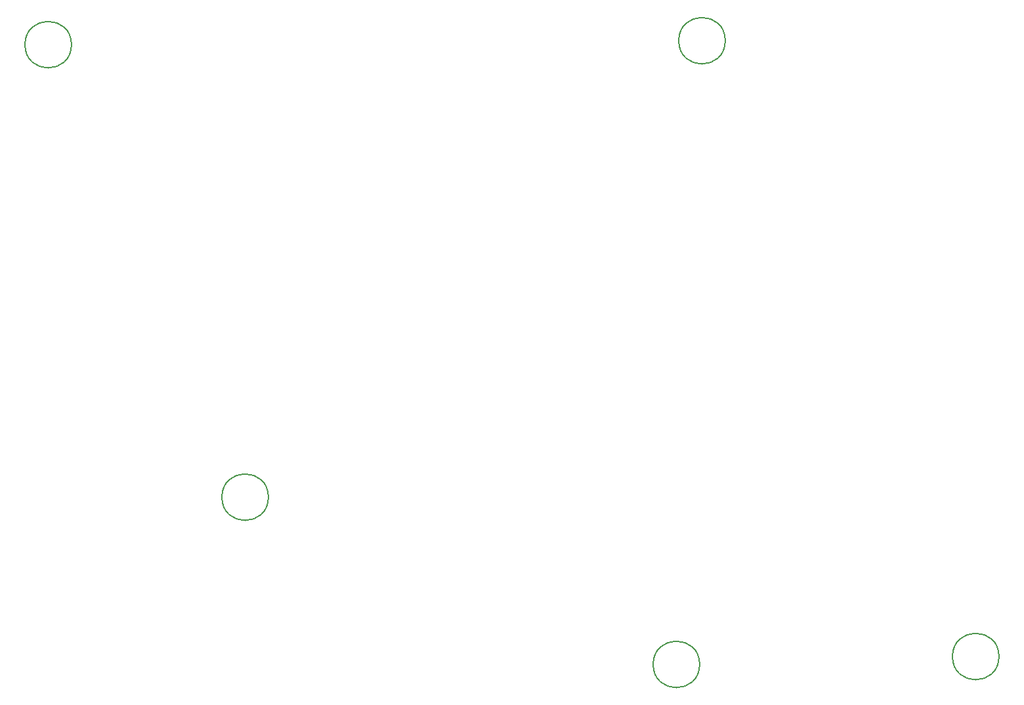
<source format=gbr>
%TF.GenerationSoftware,KiCad,Pcbnew,8.0.0*%
%TF.CreationDate,2024-07-07T23:16:46-07:00*%
%TF.ProjectId,main_relay_board,6d61696e-5f72-4656-9c61-795f626f6172,rev?*%
%TF.SameCoordinates,Original*%
%TF.FileFunction,Other,Comment*%
%FSLAX46Y46*%
G04 Gerber Fmt 4.6, Leading zero omitted, Abs format (unit mm)*
G04 Created by KiCad (PCBNEW 8.0.0) date 2024-07-07 23:16:46*
%MOMM*%
%LPD*%
G01*
G04 APERTURE LIST*
%ADD10C,0.150000*%
G04 APERTURE END LIST*
D10*
%TO.C,H101*%
X102568000Y-46736000D02*
G75*
G02*
X96568000Y-46736000I-3000000J0D01*
G01*
X96568000Y-46736000D02*
G75*
G02*
X102568000Y-46736000I3000000J0D01*
G01*
%TO.C,H105*%
X127968000Y-105156000D02*
G75*
G02*
X121968000Y-105156000I-3000000J0D01*
G01*
X121968000Y-105156000D02*
G75*
G02*
X127968000Y-105156000I3000000J0D01*
G01*
%TO.C,H104*%
X183594000Y-126746000D02*
G75*
G02*
X177594000Y-126746000I-3000000J0D01*
G01*
X177594000Y-126746000D02*
G75*
G02*
X183594000Y-126746000I3000000J0D01*
G01*
%TO.C,H102*%
X186896000Y-46228000D02*
G75*
G02*
X180896000Y-46228000I-3000000J0D01*
G01*
X180896000Y-46228000D02*
G75*
G02*
X186896000Y-46228000I3000000J0D01*
G01*
%TO.C,H103*%
X222202000Y-125730000D02*
G75*
G02*
X216202000Y-125730000I-3000000J0D01*
G01*
X216202000Y-125730000D02*
G75*
G02*
X222202000Y-125730000I3000000J0D01*
G01*
%TD*%
M02*

</source>
